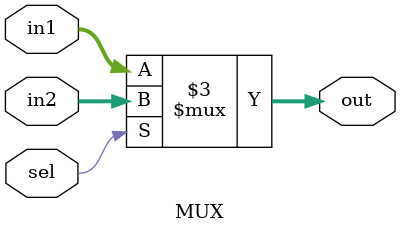
<source format=sv>
module MUX(in1,in2,out,sel);
input [31:0] in1,in2;
input sel;//
output logic [31:0] out;
always_comb begin //
  out=(sel==1'b0)?in1:in2;
end
endmodule 

</source>
